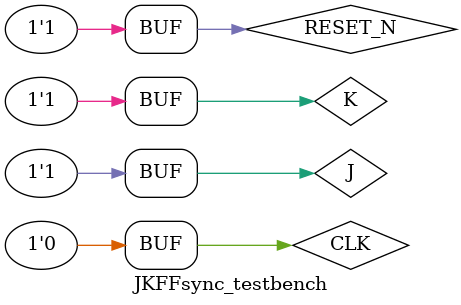
<source format=v>
`timescale 1ns / 1ps


module JKFFsync_testbench();

reg CLK = 0;
reg J;
reg K;
reg RESET_N;

wire Q;

JKFFsync jffs1(J, K, CLK, RESET_N, Q);

always begin
J = 0; K = 0;
RESET_N = 0;
CLK = 0;

        #5 
        #5  J = 0; K = 1;
        #5 
        #5  J = 2; K = 0;
        #5 
        #5  J = 1; K = 1;
        #5  
        #5  RESET_N = 1;
        #5 
        #5  J = 0; K = 1;
        #5
        #5 J = 1; K = 0;
        #5 
        #5  J = 1; K = 1; 
             
end

always begin 
        #2 CLK = ~CLK;
        end

endmodule

</source>
